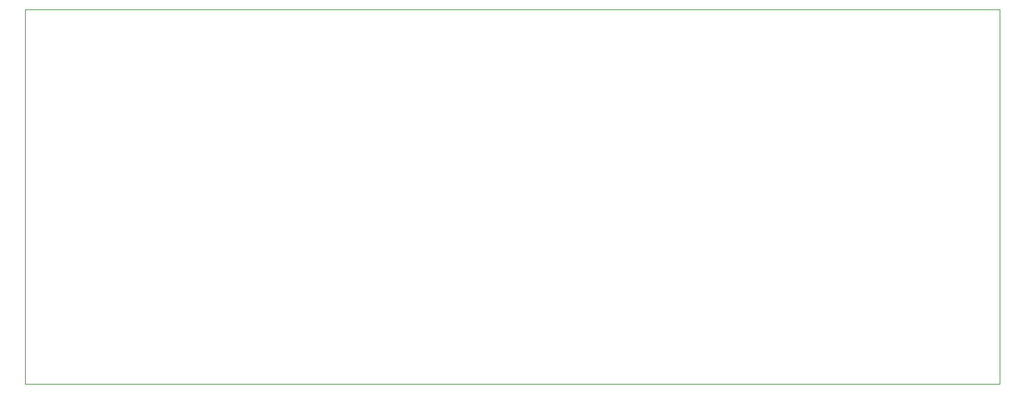
<source format=gbr>
%TF.GenerationSoftware,KiCad,Pcbnew,8.0.6*%
%TF.CreationDate,2024-12-20T12:02:24-05:00*%
%TF.ProjectId,PD Charger,50442043-6861-4726-9765-722e6b696361,0*%
%TF.SameCoordinates,Original*%
%TF.FileFunction,Profile,NP*%
%FSLAX46Y46*%
G04 Gerber Fmt 4.6, Leading zero omitted, Abs format (unit mm)*
G04 Created by KiCad (PCBNEW 8.0.6) date 2024-12-20 12:02:24*
%MOMM*%
%LPD*%
G01*
G04 APERTURE LIST*
%TA.AperFunction,Profile*%
%ADD10C,0.100000*%
%TD*%
G04 APERTURE END LIST*
D10*
X38000000Y-85000000D02*
X160000000Y-85000000D01*
X160000000Y-132000000D01*
X38000000Y-132000000D01*
X38000000Y-85000000D01*
M02*

</source>
